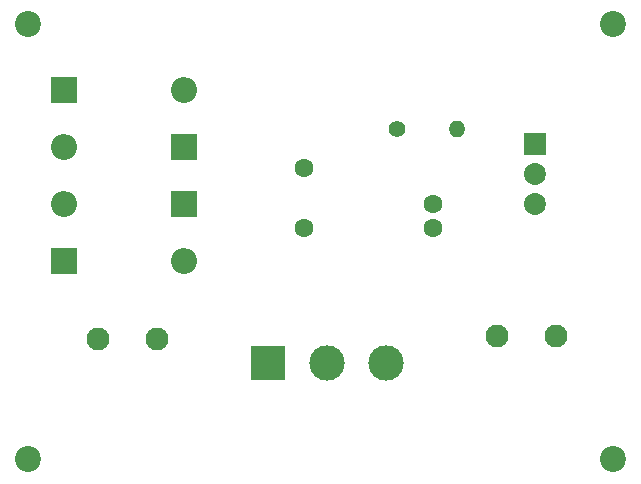
<source format=gbr>
G04 #@! TF.GenerationSoftware,KiCad,Pcbnew,(6.0.10)*
G04 #@! TF.CreationDate,2023-01-07T11:35:55+08:00*
G04 #@! TF.ProjectId,LM317 Power Supply,4c4d3331-3720-4506-9f77-657220537570,V01*
G04 #@! TF.SameCoordinates,Original*
G04 #@! TF.FileFunction,Soldermask,Top*
G04 #@! TF.FilePolarity,Negative*
%FSLAX46Y46*%
G04 Gerber Fmt 4.6, Leading zero omitted, Abs format (unit mm)*
G04 Created by KiCad (PCBNEW (6.0.10)) date 2023-01-07 11:35:55*
%MOMM*%
%LPD*%
G01*
G04 APERTURE LIST*
%ADD10C,2.200000*%
%ADD11R,1.860000X1.860000*%
%ADD12C,1.860000*%
%ADD13C,1.600000*%
%ADD14C,3.000000*%
%ADD15R,3.000000X3.000000*%
%ADD16O,1.400000X1.400000*%
%ADD17C,1.400000*%
%ADD18C,1.950000*%
%ADD19R,2.200000X2.200000*%
%ADD20O,2.200000X2.200000*%
G04 APERTURE END LIST*
D10*
G04 #@! TO.C,REF4*
X166918000Y-117856000D03*
G04 #@! TD*
G04 #@! TO.C,REF3*
X117388000Y-117856000D03*
G04 #@! TD*
G04 #@! TO.C,REF1*
X117388000Y-81026000D03*
G04 #@! TD*
G04 #@! TO.C,REF2*
X166918000Y-81026000D03*
G04 #@! TD*
D11*
G04 #@! TO.C,VR1*
X160314000Y-91186000D03*
D12*
X160314000Y-93726000D03*
X160314000Y-96266000D03*
G04 #@! TD*
D13*
G04 #@! TO.C,C2*
X151678000Y-98266000D03*
X151678000Y-96266000D03*
G04 #@! TD*
D14*
G04 #@! TO.C,RV1*
X147708000Y-109728000D03*
X142708000Y-109728000D03*
D15*
X137708000Y-109728000D03*
G04 #@! TD*
D16*
G04 #@! TO.C,R1*
X153710000Y-89916000D03*
D17*
X148630000Y-89916000D03*
G04 #@! TD*
D18*
G04 #@! TO.C,J2*
X162052000Y-107442000D03*
X157052000Y-107442000D03*
G04 #@! TD*
G04 #@! TO.C,J1*
X123270000Y-107696000D03*
X128270000Y-107696000D03*
G04 #@! TD*
D19*
G04 #@! TO.C,D4*
X120436000Y-101092000D03*
D20*
X130596000Y-101092000D03*
G04 #@! TD*
G04 #@! TO.C,D3*
X130596000Y-86614000D03*
D19*
X120436000Y-86614000D03*
G04 #@! TD*
D20*
G04 #@! TO.C,D2*
X120436000Y-96266000D03*
D19*
X130596000Y-96266000D03*
G04 #@! TD*
D20*
G04 #@! TO.C,D1*
X120436000Y-91440000D03*
D19*
X130596000Y-91440000D03*
G04 #@! TD*
D13*
G04 #@! TO.C,C1*
X140756000Y-98218000D03*
X140756000Y-93218000D03*
G04 #@! TD*
M02*

</source>
